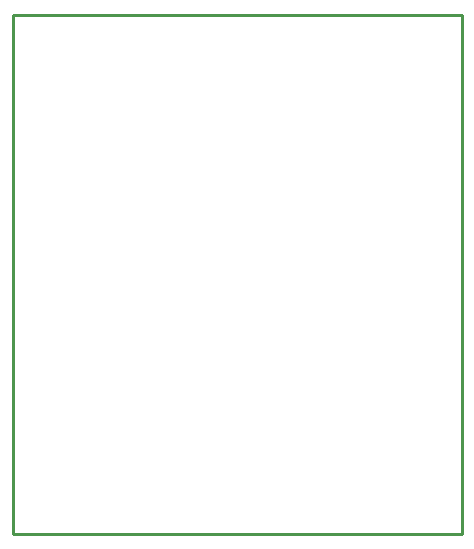
<source format=gm1>
G04 Layer_Color=16711935*
%FSLAX43Y43*%
%MOMM*%
G71*
G01*
G75*
%ADD20C,0.254*%
D20*
X125400Y125600D02*
Y132400D01*
Y155600D02*
Y162400D01*
Y125400D02*
X163400D01*
Y169400D01*
X125400D02*
X163400D01*
X125400Y125400D02*
Y169400D01*
M02*

</source>
